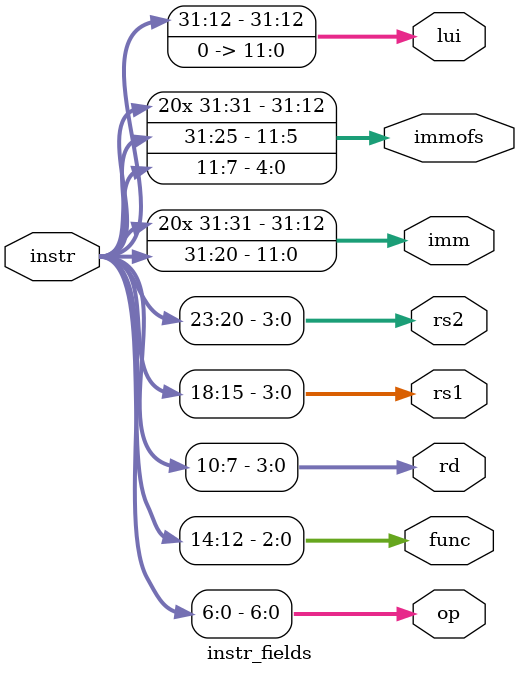
<source format=sv>
module instr_fields (
  input  logic [31:0] instr,

  output logic [6:0]  op,       // opcode
  output logic [2:0]  func,     // funct3
  output logic [3:0]  rd,
  output logic [3:0]  rs1,
  output logic [3:0]  rs2,

  output logic [31:0] imm,      // I-type imm (sign-extended)
  output logic [31:0] immofs,   // S-type imm (sign-extended)
  output logic [31:0] lui       // U-type imm (upper 20 bits << 12)
);

  // -------------------------
  // Basic fields
  // -------------------------
  assign op   = instr[6:0];
  assign rd   = instr[10:7];
  assign func = instr[14:12];
  assign rs1  = instr[18:15];
  assign rs2  = instr[23:20];

  // -------------------------
  // Immediates
  // -------------------------

  // I-type: imm[11:0] = instr[31:20], sign-extend to 32
  always_comb begin
    imm = {{20{instr[31]}}, instr[31:20]};
  end

  // S-type: imm[11:5]=instr[31:25], imm[4:0]=instr[11:7], sign-extend to 32
  always_comb begin
    immofs = {{20{instr[31]}}, instr[31:25], instr[11:7]};
  end

  // U-type (LUI): instr[31:12] placed in upper bits, lower 12 bits are 0
  always_comb begin
    lui = {instr[31:12], 12'b0};
  end

endmodule

</source>
